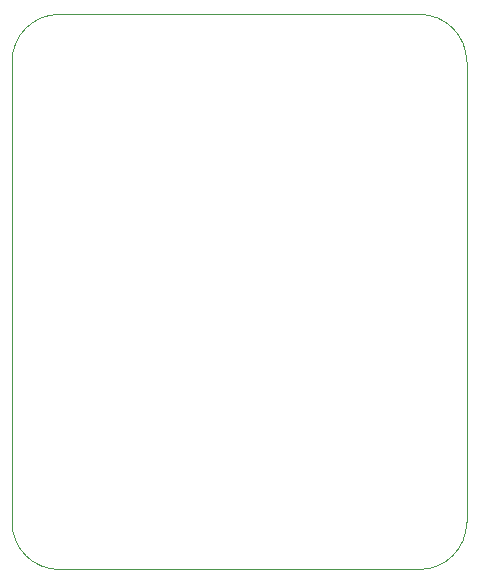
<source format=gm1>
G04 #@! TF.GenerationSoftware,KiCad,Pcbnew,(5.1.4-0)*
G04 #@! TF.CreationDate,2021-09-04T15:45:49+08:00*
G04 #@! TF.ProjectId,SIM7080,53494d37-3038-4302-9e6b-696361645f70,V1.2*
G04 #@! TF.SameCoordinates,Original*
G04 #@! TF.FileFunction,Profile,NP*
%FSLAX46Y46*%
G04 Gerber Fmt 4.6, Leading zero omitted, Abs format (unit mm)*
G04 Created by KiCad (PCBNEW (5.1.4-0)) date 2021-09-04 15:45:49*
%MOMM*%
%LPD*%
G04 APERTURE LIST*
%ADD10C,0.100000*%
G04 APERTURE END LIST*
D10*
X170000000Y-70000000D02*
G75*
G02X174000000Y-74000000I0J-4000000D01*
G01*
X135500000Y-74000000D02*
G75*
G02X139500000Y-70000000I4000000J0D01*
G01*
X139500000Y-117000000D02*
G75*
G02X135500000Y-113000000I0J4000000D01*
G01*
X174000000Y-113000000D02*
G75*
G02X170000000Y-117000000I-4000000J0D01*
G01*
X135500000Y-113000000D02*
X135500000Y-74000000D01*
X170000000Y-117000000D02*
X139500000Y-117000000D01*
X174000000Y-74000000D02*
X174000000Y-113000000D01*
X139500000Y-70000000D02*
X170000000Y-70000000D01*
M02*

</source>
